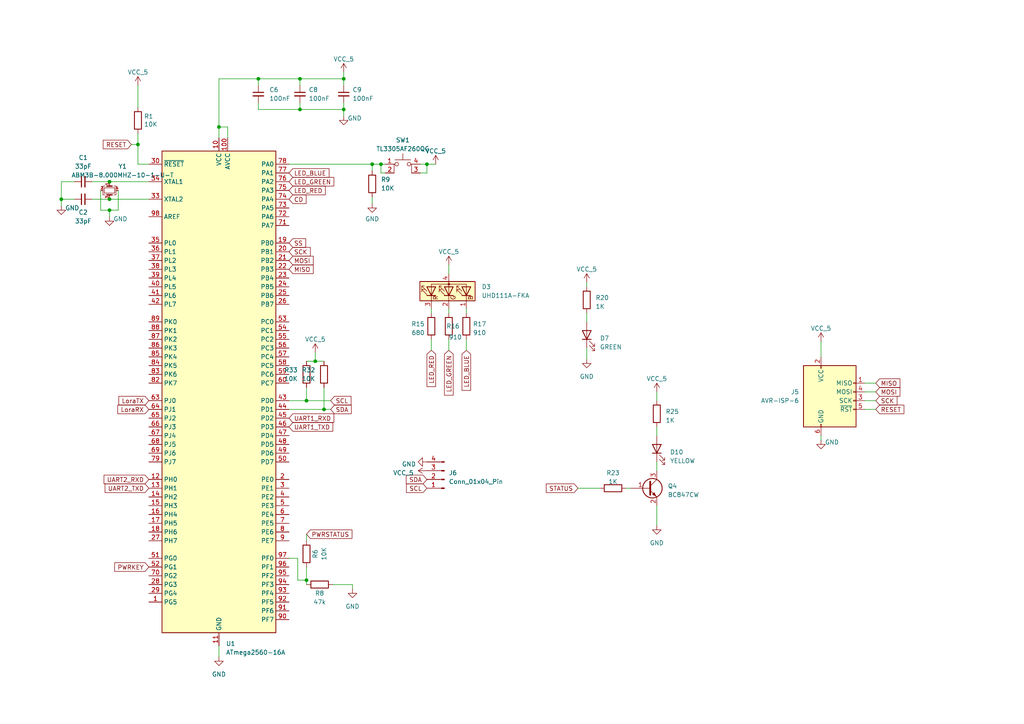
<source format=kicad_sch>
(kicad_sch (version 20230121) (generator eeschema)
  (paper "A4")
  (lib_symbols
    (symbol "Connector:AVR-ISP-6" (pin_names (offset 1.016))
      (property "Reference" "J" (at -6.35 11.43 0))
      (property "Value" "AVR-ISP-6" (at 0 11.43 0))
      (symbol "AVR-ISP-6_0_1"
        (rectangle (start -2.667 -6.858) (end -2.413 -7.62))
        (rectangle (start -2.667 10.16) (end -2.413 9.398))
        (rectangle (start 7.62 -2.413) (end 6.858 -2.667))
        (rectangle (start 7.62 0.127) (end 6.858 -0.127))
        (rectangle (start 7.62 2.667) (end 6.858 2.413))
        (rectangle (start 7.62 5.207) (end 6.858 4.953))
        (rectangle (start 7.62 10.16) (end -7.62 -7.62) (stroke (width 0.254)) (fill (type background)))
      )
      (symbol "AVR-ISP-6_1_1"
        (pin passive line (at 10.16 5.08 180) (length 2.54) (name "MISO") (number "1"))
        (pin passive line (at -2.54 12.7 270) (length 2.54) (name "VCC") (number "2"))
        (pin passive line (at 10.16 0 180) (length 2.54) (name "SCK") (number "3"))
        (pin passive line (at 10.16 2.54 180) (length 2.54) (name "MOSI") (number "4"))
        (pin passive line (at 10.16 -2.54 180) (length 2.54) (name "~{RST}") (number "5"))
        (pin passive line (at -2.54 -10.16 90) (length 2.54) (name "GND") (number "6"))
      )
    )
    (symbol "Connector:Conn_01x04_Pin" (pin_names (offset 1.016) hide)
      (property "Reference" "J" (at 0 5.08 0))
      (property "Value" "Conn_01x04_Pin" (at 0 -7.62 0))
      (symbol "Conn_01x04_Pin_1_1"
        (polyline (pts (xy 1.27 -5.08) (xy 0.8636 -5.08)) (stroke (width 0.1524)))
        (polyline (pts (xy 1.27 -2.54) (xy 0.8636 -2.54)) (stroke (width 0.1524)))
        (polyline (pts (xy 1.27 0) (xy 0.8636 0)) (stroke (width 0.1524)))
        (polyline (pts (xy 1.27 2.54) (xy 0.8636 2.54)) (stroke (width 0.1524)))
        (rectangle (start 0.8636 -4.953) (end 0 -5.207) (stroke (width 0.1524)) (fill (type outline)))
        (rectangle (start 0.8636 -2.413) (end 0 -2.667) (stroke (width 0.1524)) (fill (type outline)))
        (rectangle (start 0.8636 0.127) (end 0 -0.127) (stroke (width 0.1524)) (fill (type outline)))
        (rectangle (start 0.8636 2.667) (end 0 2.413) (stroke (width 0.1524)) (fill (type outline)))
        (pin passive line (at 5.08 2.54 180) (length 3.81) (name "Pin_1") (number "1"))
        (pin passive line (at 5.08 0 180) (length 3.81) (name "Pin_2") (number "2"))
        (pin passive line (at 5.08 -2.54 180) (length 3.81) (name "Pin_3") (number "3"))
        (pin passive line (at 5.08 -5.08 180) (length 3.81) (name "Pin_4") (number "4"))
      )
    )
    (symbol "Device:C_Small" (pin_numbers hide) (pin_names (offset 0.254) hide)
      (property "Reference" "C" (at 0.254 1.778 0))
      (property "Value" "C_Small" (at 0.254 -2.032 0))
      (symbol "C_Small_0_1"
        (polyline (pts (xy -1.524 -0.508) (xy 1.524 -0.508)) (stroke (width 0.3302)))
        (polyline (pts (xy -1.524 0.508) (xy 1.524 0.508)) (stroke (width 0.3048)))
      )
      (symbol "C_Small_1_1"
        (pin passive line (at 0 2.54 270) (length 2.032) (name "~") (number "1"))
        (pin passive line (at 0 -2.54 90) (length 2.032) (name "~") (number "2"))
      )
    )
    (symbol "Device:Crystal_GND24_Small" (pin_names (offset 1.016) hide)
      (property "Reference" "Y" (at 1.27 4.445 0))
      (property "Value" "Crystal_GND24_Small" (at 1.27 2.54 0))
      (symbol "Crystal_GND24_Small_0_1"
        (rectangle (start -0.762 -1.524) (end 0.762 1.524))
        (polyline (pts (xy -1.27 -0.762) (xy -1.27 0.762)) (stroke (width 0.381)))
        (polyline (pts (xy 1.27 -0.762) (xy 1.27 0.762)) (stroke (width 0.381)))
        (polyline (pts (xy -1.27 -1.27) (xy -1.27 -1.905) (xy 1.27 -1.905) (xy 1.27 -1.27)))
        (polyline (pts (xy -1.27 1.27) (xy -1.27 1.905) (xy 1.27 1.905) (xy 1.27 1.27)))
      )
      (symbol "Crystal_GND24_Small_1_1"
        (pin passive line (at -2.54 0 0) (length 1.27) (name "1") (number "1"))
        (pin passive line (at 0 -2.54 90) (length 0.635) (name "2") (number "2"))
        (pin passive line (at 2.54 0 180) (length 1.27) (name "3") (number "3"))
        (pin passive line (at 0 2.54 270) (length 0.635) (name "4") (number "4"))
      )
    )
    (symbol "Device:LED" (pin_numbers hide) (pin_names (offset 1.016) hide)
      (property "Reference" "D" (at 0 2.54 0))
      (property "Value" "LED" (at 0 -2.54 0))
      (symbol "LED_0_1"
        (polyline (pts (xy -1.27 -1.27) (xy -1.27 1.27)) (stroke (width 0.254)))
        (polyline (pts (xy -1.27 0) (xy 1.27 0)))
        (polyline (pts (xy 1.27 -1.27) (xy 1.27 1.27) (xy -1.27 0) (xy 1.27 -1.27)) (stroke (width 0.254)))
        (polyline (pts (xy -3.048 -0.762) (xy -4.572 -2.286) (xy -3.81 -2.286) (xy -4.572 -2.286) (xy -4.572 -1.524)))
        (polyline (pts (xy -1.778 -0.762) (xy -3.302 -2.286) (xy -2.54 -2.286) (xy -3.302 -2.286) (xy -3.302 -1.524)))
      )
      (symbol "LED_1_1"
        (pin passive line (at -3.81 0 0) (length 2.54) (name "K") (number "1"))
        (pin passive line (at 3.81 0 180) (length 2.54) (name "A") (number "2"))
      )
    )
    (symbol "Device:LED_BGRA" (pin_names (offset 0) hide)
      (property "Reference" "D" (at 0 9.398 0))
      (property "Value" "LED_BGRA" (at 0 -8.89 0))
      (symbol "LED_BGRA_0_0"
        (text "B" (at -1.905 -6.35 0) (effects (font (size 1.27 1.27))))
        (text "G" (at -1.905 -1.27 0) (effects (font (size 1.27 1.27))))
        (text "R" (at -1.905 3.81 0) (effects (font (size 1.27 1.27))))
      )
      (symbol "LED_BGRA_0_1"
        (polyline (pts (xy -1.27 -5.08) (xy -2.54 -5.08)))
        (polyline (pts (xy -1.27 -5.08) (xy 1.27 -5.08)))
        (polyline (pts (xy -1.27 -3.81) (xy -1.27 -6.35)) (stroke (width 0.254)))
        (polyline (pts (xy -1.27 0) (xy -2.54 0)))
        (polyline (pts (xy -1.27 1.27) (xy -1.27 -1.27)) (stroke (width 0.254)))
        (polyline (pts (xy -1.27 5.08) (xy -2.54 5.08)))
        (polyline (pts (xy -1.27 5.08) (xy 1.27 5.08)))
        (polyline (pts (xy -1.27 6.35) (xy -1.27 3.81)) (stroke (width 0.254)))
        (polyline (pts (xy 1.27 0) (xy -1.27 0)))
        (polyline (pts (xy 1.27 0) (xy 2.54 0)))
        (polyline (pts (xy -1.27 1.27) (xy -1.27 -1.27) (xy -1.27 -1.27)))
        (polyline (pts (xy -1.27 6.35) (xy -1.27 3.81) (xy -1.27 3.81)))
        (polyline (pts (xy 1.27 -5.08) (xy 2.032 -5.08) (xy 2.032 5.08) (xy 1.27 5.08)))
        (polyline (pts (xy 1.27 -3.81) (xy 1.27 -6.35) (xy -1.27 -5.08) (xy 1.27 -3.81)) (stroke (width 0.254)))
        (polyline (pts (xy 1.27 1.27) (xy 1.27 -1.27) (xy -1.27 0) (xy 1.27 1.27)) (stroke (width 0.254)))
        (polyline (pts (xy 1.27 6.35) (xy 1.27 3.81) (xy -1.27 5.08) (xy 1.27 6.35)) (stroke (width 0.254)))
        (polyline (pts (xy -1.016 -3.81) (xy 0.508 -2.286) (xy -0.254 -2.286) (xy 0.508 -2.286) (xy 0.508 -3.048)))
        (polyline (pts (xy -1.016 1.27) (xy 0.508 2.794) (xy -0.254 2.794) (xy 0.508 2.794) (xy 0.508 2.032)))
        (polyline (pts (xy -1.016 6.35) (xy 0.508 7.874) (xy -0.254 7.874) (xy 0.508 7.874) (xy 0.508 7.112)))
        (polyline (pts (xy 0 -3.81) (xy 1.524 -2.286) (xy 0.762 -2.286) (xy 1.524 -2.286) (xy 1.524 -3.048)))
        (polyline (pts (xy 0 1.27) (xy 1.524 2.794) (xy 0.762 2.794) (xy 1.524 2.794) (xy 1.524 2.032)))
        (polyline (pts (xy 0 6.35) (xy 1.524 7.874) (xy 0.762 7.874) (xy 1.524 7.874) (xy 1.524 7.112)))
        (rectangle (start 1.27 -1.27) (end 1.27 1.27))
        (rectangle (start 1.27 1.27) (end 1.27 1.27))
        (rectangle (start 1.27 3.81) (end 1.27 6.35))
        (rectangle (start 1.27 6.35) (end 1.27 6.35))
        (circle (center 2.032 0) (radius 0.254) (fill (type outline)))
        (rectangle (start 2.794 8.382) (end -2.794 -7.62) (stroke (width 0.254)) (fill (type background)))
      )
      (symbol "LED_BGRA_1_1"
        (pin passive line (at -5.08 -5.08 0) (length 2.54) (name "BK") (number "1"))
        (pin passive line (at -5.08 0 0) (length 2.54) (name "GK") (number "2"))
        (pin passive line (at -5.08 5.08 0) (length 2.54) (name "RK") (number "3"))
        (pin passive line (at 5.08 0 180) (length 2.54) (name "A") (number "4"))
      )
    )
    (symbol "Device:R" (pin_numbers hide) (pin_names (offset 0))
      (property "Reference" "R" (at 2.032 0 90))
      (property "Value" "R" (at 0 0 90))
      (symbol "R_0_1"
        (rectangle (start -1.016 -2.54) (end 1.016 2.54) (stroke (width 0.254)))
      )
      (symbol "R_1_1"
        (pin passive line (at 0 3.81 270) (length 1.27) (name "~") (number "1"))
        (pin passive line (at 0 -3.81 90) (length 1.27) (name "~") (number "2"))
      )
    )
    (symbol "MCU_Microchip_ATmega:ATmega2560-16A"
      (property "Reference" "U" (at 0 1.27 0))
      (property "Value" "ATmega2560-16A" (at 0 -1.27 0))
      (symbol "ATmega2560-16A_0_1"
        (rectangle (start -16.51 -69.85) (end 16.51 69.85) (stroke (width 0.254)) (fill (type background)))
      )
      (symbol "ATmega2560-16A_1_1"
        (pin bidirectional line (at -20.32 -60.96 0) (length 3.81) (name "PG5") (number "1"))
        (pin power_in line (at 0 73.66 270) (length 3.81) (name "VCC") (number "10"))
        (pin power_in line (at 2.54 73.66 270) (length 3.81) (name "AVCC") (number "100"))
        (pin power_in line (at 0 -73.66 90) (length 3.81) (name "GND") (number "11"))
        (pin bidirectional line (at -20.32 -25.4 0) (length 3.81) (name "PH0") (number "12"))
        (pin bidirectional line (at -20.32 -27.94 0) (length 3.81) (name "PH1") (number "13"))
        (pin bidirectional line (at -20.32 -30.48 0) (length 3.81) (name "PH2") (number "14"))
        (pin bidirectional line (at -20.32 -33.02 0) (length 3.81) (name "PH3") (number "15"))
        (pin bidirectional line (at -20.32 -35.56 0) (length 3.81) (name "PH4") (number "16"))
        (pin bidirectional line (at -20.32 -38.1 0) (length 3.81) (name "PH5") (number "17"))
        (pin bidirectional line (at -20.32 -40.64 0) (length 3.81) (name "PH6") (number "18"))
        (pin bidirectional line (at 20.32 43.18 180) (length 3.81) (name "PB0") (number "19"))
        (pin bidirectional line (at 20.32 -25.4 180) (length 3.81) (name "PE0") (number "2"))
        (pin bidirectional line (at 20.32 40.64 180) (length 3.81) (name "PB1") (number "20"))
        (pin bidirectional line (at 20.32 38.1 180) (length 3.81) (name "PB2") (number "21"))
        (pin bidirectional line (at 20.32 35.56 180) (length 3.81) (name "PB3") (number "22"))
        (pin bidirectional line (at 20.32 33.02 180) (length 3.81) (name "PB4") (number "23"))
        (pin bidirectional line (at 20.32 30.48 180) (length 3.81) (name "PB5") (number "24"))
        (pin bidirectional line (at 20.32 27.94 180) (length 3.81) (name "PB6") (number "25"))
        (pin bidirectional line (at 20.32 25.4 180) (length 3.81) (name "PB7") (number "26"))
        (pin bidirectional line (at -20.32 -43.18 0) (length 3.81) (name "PH7") (number "27"))
        (pin bidirectional line (at -20.32 -55.88 0) (length 3.81) (name "PG3") (number "28"))
        (pin bidirectional line (at -20.32 -58.42 0) (length 3.81) (name "PG4") (number "29"))
        (pin bidirectional line (at 20.32 -27.94 180) (length 3.81) (name "PE1") (number "3"))
        (pin input line (at -20.32 66.04 0) (length 3.81) (name "~{RESET}") (number "30"))
        (pin passive line (at 0 73.66 270) (length 3.81) hide (name "VCC") (number "31"))
        (pin passive line (at 0 -73.66 90) (length 3.81) hide (name "GND") (number "32"))
        (pin output line (at -20.32 55.88 0) (length 3.81) (name "XTAL2") (number "33"))
        (pin input line (at -20.32 60.96 0) (length 3.81) (name "XTAL1") (number "34"))
        (pin bidirectional line (at -20.32 43.18 0) (length 3.81) (name "PL0") (number "35"))
        (pin bidirectional line (at -20.32 40.64 0) (length 3.81) (name "PL1") (number "36"))
        (pin bidirectional line (at -20.32 38.1 0) (length 3.81) (name "PL2") (number "37"))
        (pin bidirectional line (at -20.32 35.56 0) (length 3.81) (name "PL3") (number "38"))
        (pin bidirectional line (at -20.32 33.02 0) (length 3.81) (name "PL4") (number "39"))
        (pin bidirectional line (at 20.32 -30.48 180) (length 3.81) (name "PE2") (number "4"))
        (pin bidirectional line (at -20.32 30.48 0) (length 3.81) (name "PL5") (number "40"))
        (pin bidirectional line (at -20.32 27.94 0) (length 3.81) (name "PL6") (number "41"))
        (pin bidirectional line (at -20.32 25.4 0) (length 3.81) (name "PL7") (number "42"))
        (pin bidirectional line (at 20.32 -2.54 180) (length 3.81) (name "PD0") (number "43"))
        (pin bidirectional line (at 20.32 -5.08 180) (length 3.81) (name "PD1") (number "44"))
        (pin bidirectional line (at 20.32 -7.62 180) (length 3.81) (name "PD2") (number "45"))
        (pin bidirectional line (at 20.32 -10.16 180) (length 3.81) (name "PD3") (number "46"))
        (pin bidirectional line (at 20.32 -12.7 180) (length 3.81) (name "PD4") (number "47"))
        (pin bidirectional line (at 20.32 -15.24 180) (length 3.81) (name "PD5") (number "48"))
        (pin bidirectional line (at 20.32 -17.78 180) (length 3.81) (name "PD6") (number "49"))
        (pin bidirectional line (at 20.32 -33.02 180) (length 3.81) (name "PE3") (number "5"))
        (pin bidirectional line (at 20.32 -20.32 180) (length 3.81) (name "PD7") (number "50"))
        (pin bidirectional line (at -20.32 -48.26 0) (length 3.81) (name "PG0") (number "51"))
        (pin bidirectional line (at -20.32 -50.8 0) (length 3.81) (name "PG1") (number "52"))
        (pin bidirectional line (at 20.32 20.32 180) (length 3.81) (name "PC0") (number "53"))
        (pin bidirectional line (at 20.32 17.78 180) (length 3.81) (name "PC1") (number "54"))
        (pin bidirectional line (at 20.32 15.24 180) (length 3.81) (name "PC2") (number "55"))
        (pin bidirectional line (at 20.32 12.7 180) (length 3.81) (name "PC3") (number "56"))
        (pin bidirectional line (at 20.32 10.16 180) (length 3.81) (name "PC4") (number "57"))
        (pin bidirectional line (at 20.32 7.62 180) (length 3.81) (name "PC5") (number "58"))
        (pin bidirectional line (at 20.32 5.08 180) (length 3.81) (name "PC6") (number "59"))
        (pin bidirectional line (at 20.32 -35.56 180) (length 3.81) (name "PE4") (number "6"))
        (pin bidirectional line (at 20.32 2.54 180) (length 3.81) (name "PC7") (number "60"))
        (pin passive line (at 0 73.66 270) (length 3.81) hide (name "VCC") (number "61"))
        (pin passive line (at 0 -73.66 90) (length 3.81) hide (name "GND") (number "62"))
        (pin bidirectional line (at -20.32 -2.54 0) (length 3.81) (name "PJ0") (number "63"))
        (pin bidirectional line (at -20.32 -5.08 0) (length 3.81) (name "PJ1") (number "64"))
        (pin bidirectional line (at -20.32 -7.62 0) (length 3.81) (name "PJ2") (number "65"))
        (pin bidirectional line (at -20.32 -10.16 0) (length 3.81) (name "PJ3") (number "66"))
        (pin bidirectional line (at -20.32 -12.7 0) (length 3.81) (name "PJ4") (number "67"))
        (pin bidirectional line (at -20.32 -15.24 0) (length 3.81) (name "PJ5") (number "68"))
        (pin bidirectional line (at -20.32 -17.78 0) (length 3.81) (name "PJ6") (number "69"))
        (pin bidirectional line (at 20.32 -38.1 180) (length 3.81) (name "PE5") (number "7"))
        (pin bidirectional line (at -20.32 -53.34 0) (length 3.81) (name "PG2") (number "70"))
        (pin bidirectional line (at 20.32 48.26 180) (length 3.81) (name "PA7") (number "71"))
        (pin bidirectional line (at 20.32 50.8 180) (length 3.81) (name "PA6") (number "72"))
        (pin bidirectional line (at 20.32 53.34 180) (length 3.81) (name "PA5") (number "73"))
        (pin bidirectional line (at 20.32 55.88 180) (length 3.81) (name "PA4") (number "74"))
        (pin bidirectional line (at 20.32 58.42 180) (length 3.81) (name "PA3") (number "75"))
        (pin bidirectional line (at 20.32 60.96 180) (length 3.81) (name "PA2") (number "76"))
        (pin bidirectional line (at 20.32 63.5 180) (length 3.81) (name "PA1") (number "77"))
        (pin bidirectional line (at 20.32 66.04 180) (length 3.81) (name "PA0") (number "78"))
        (pin bidirectional line (at -20.32 -20.32 0) (length 3.81) (name "PJ7") (number "79"))
        (pin bidirectional line (at 20.32 -40.64 180) (length 3.81) (name "PE6") (number "8"))
        (pin passive line (at 0 73.66 270) (length 3.81) hide (name "VCC") (number "80"))
        (pin passive line (at 0 -73.66 90) (length 3.81) hide (name "GND") (number "81"))
        (pin bidirectional line (at -20.32 2.54 0) (length 3.81) (name "PK7") (number "82"))
        (pin bidirectional line (at -20.32 5.08 0) (length 3.81) (name "PK6") (number "83"))
        (pin bidirectional line (at -20.32 7.62 0) (length 3.81) (name "PK5") (number "84"))
        (pin bidirectional line (at -20.32 10.16 0) (length 3.81) (name "PK4") (number "85"))
        (pin bidirectional line (at -20.32 12.7 0) (length 3.81) (name "PK3") (number "86"))
        (pin bidirectional line (at -20.32 15.24 0) (length 3.81) (name "PK2") (number "87"))
        (pin bidirectional line (at -20.32 17.78 0) (length 3.81) (name "PK1") (number "88"))
        (pin bidirectional line (at -20.32 20.32 0) (length 3.81) (name "PK0") (number "89"))
        (pin bidirectional line (at 20.32 -43.18 180) (length 3.81) (name "PE7") (number "9"))
        (pin bidirectional line (at 20.32 -66.04 180) (length 3.81) (name "PF7") (number "90"))
        (pin bidirectional line (at 20.32 -63.5 180) (length 3.81) (name "PF6") (number "91"))
        (pin bidirectional line (at 20.32 -60.96 180) (length 3.81) (name "PF5") (number "92"))
        (pin bidirectional line (at 20.32 -58.42 180) (length 3.81) (name "PF4") (number "93"))
        (pin bidirectional line (at 20.32 -55.88 180) (length 3.81) (name "PF3") (number "94"))
        (pin bidirectional line (at 20.32 -53.34 180) (length 3.81) (name "PF2") (number "95"))
        (pin bidirectional line (at 20.32 -50.8 180) (length 3.81) (name "PF1") (number "96"))
        (pin bidirectional line (at 20.32 -48.26 180) (length 3.81) (name "PF0") (number "97"))
        (pin passive line (at -20.32 50.8 0) (length 3.81) (name "AREF") (number "98"))
        (pin passive line (at 0 -73.66 90) (length 3.81) hide (name "GND") (number "99"))
      )
    )
    (symbol "Switch:SW_MEC_5E" (pin_names (offset 1.016) hide)
      (property "Reference" "SW1" (at 0 9.525 0))
      (property "Value" "TL3305AF260QG" (at 0 6.985 0))
      (symbol "SW_MEC_5E_0_1"
        (circle (center -1.778 2.54) (radius 0.508))
        (polyline (pts (xy -2.286 3.81) (xy 2.286 3.81)))
        (polyline (pts (xy 0 3.81) (xy 0 5.588)))
        (polyline (pts (xy -2.54 0) (xy -2.54 2.54) (xy -2.286 2.54)))
        (polyline (pts (xy 2.54 0) (xy 2.54 2.54) (xy 2.286 2.54)))
        (circle (center 1.778 2.54) (radius 0.508))
        (pin passive line (at -5.08 2.54 0) (length 2.54) (name "1") (number "1"))
        (pin passive line (at -5.08 0 0) (length 2.54) (name "2") (number "2"))
        (pin passive line (at 5.08 0 180) (length 2.54) (name "3") (number "3"))
      )
      (symbol "SW_MEC_5E_1_1"
        (pin passive line (at 5.08 2.54 180) (length 2.54) (name "4") (number "4"))
      )
    )
    (symbol "Transistor_BJT:BC847W" (pin_names (offset 0) hide)
      (property "Reference" "Q" (at 5.08 1.905 0))
      (property "Value" "BC847W" (at 5.08 0 0))
      (symbol "BC847W_0_1"
        (polyline (pts (xy 0.635 0.635) (xy 2.54 2.54)))
        (polyline (pts (xy 0.635 -0.635) (xy 2.54 -2.54) (xy 2.54 -2.54)))
        (polyline (pts (xy 0.635 1.905) (xy 0.635 -1.905) (xy 0.635 -1.905)) (stroke (width 0.508)))
        (polyline (pts (xy 1.27 -1.778) (xy 1.778 -1.27) (xy 2.286 -2.286) (xy 1.27 -1.778) (xy 1.27 -1.778)) (fill (type outline)))
        (circle (center 1.27 0) (radius 2.8194) (stroke (width 0.254)))
      )
      (symbol "BC847W_1_1"
        (pin input line (at -5.08 0 0) (length 5.715) (name "B") (number "1"))
        (pin passive line (at 2.54 -5.08 90) (length 2.54) (name "E") (number "2"))
        (pin passive line (at 2.54 5.08 270) (length 2.54) (name "C") (number "3"))
      )
    )
    (symbol "VCC_2" (power) (pin_names (offset 0))
      (property "Value" "+5V" (at 0 3.81 0))
      (symbol "VCC_2_0_1"
        (polyline (pts (xy -0.762 1.27) (xy 0 2.54)))
        (polyline (pts (xy 0 0) (xy 0 2.54)))
        (polyline (pts (xy 0 2.54) (xy 0.762 1.27)))
      )
      (symbol "VCC_2_1_1"
        (pin power_in line (at 0 0 90) (length 0) hide (name "VCC_5") (number "2"))
      )
    )
    (symbol "power:GND" (power) (pin_names (offset 0))
      (property "Value" "GND" (at 0 -3.81 0))
      (symbol "GND_0_1"
        (polyline (pts (xy 0 0) (xy 0 -1.27) (xy 1.27 -1.27) (xy 0 -2.54) (xy -1.27 -1.27) (xy 0 -1.27)))
      )
      (symbol "GND_1_1"
        (pin power_in line (at 0 0 270) (length 0) hide (name "GND") (number "1"))
      )
    )
  )
  (junction (at 86.995 22.86))
  (junction (at 31.75 60.96))
  (junction (at 91.44 104.775))
  (junction (at 93.98 118.745))
  (junction (at 88.9 168.275))
  (junction (at 99.695 31.75))
  (junction (at 63.5 36.83))
  (junction (at 40.005 41.91))
  (junction (at 110.49 47.625))
  (junction (at 123.825 47.625))
  (junction (at 31.75 52.705))
  (junction (at 17.78 57.785))
  (junction (at 107.95 47.625))
  (junction (at 88.9 116.205))
  (junction (at 99.695 22.86))
  (junction (at 86.995 31.75))
  (junction (at 74.93 22.86))
  (junction (at 31.75 57.785))
  (wire (pts (xy 40.005 38.735) (xy 40.005 41.91)))
  (wire (pts (xy 123.825 47.625) (xy 126.365 47.625)))
  (wire (pts (xy 135.255 98.425) (xy 135.255 101.6)))
  (wire (pts (xy 74.93 31.75) (xy 86.995 31.75)))
  (wire (pts (xy 66.04 36.83) (xy 66.04 40.005)))
  (wire (pts (xy 17.78 57.785) (xy 17.78 59.69)))
  (wire (pts (xy 121.92 50.165) (xy 123.825 50.165)))
  (wire (pts (xy 21.59 57.785) (xy 17.78 57.785)))
  (wire (pts (xy 135.255 89.535) (xy 135.255 90.805)))
  (wire (pts (xy 26.67 52.705) (xy 31.75 52.705)))
  (wire (pts (xy 17.78 52.705) (xy 17.78 57.785)))
  (wire (pts (xy 99.695 31.75) (xy 99.695 33.655)))
  (wire (pts (xy 130.175 98.425) (xy 130.175 101.6)))
  (wire (pts (xy 88.9 164.465) (xy 88.9 168.275)))
  (wire (pts (xy 88.9 168.275) (xy 88.9 169.545)))
  (wire (pts (xy 107.95 47.625) (xy 110.49 47.625)))
  (wire (pts (xy 40.005 24.765) (xy 40.005 31.115)))
  (wire (pts (xy 250.825 116.205) (xy 254 116.205)))
  (wire (pts (xy 130.175 89.535) (xy 130.175 90.805)))
  (wire (pts (xy 170.18 100.965) (xy 170.18 104.14)))
  (wire (pts (xy 21.59 52.705) (xy 17.78 52.705)))
  (wire (pts (xy 95.885 118.745) (xy 93.98 118.745)))
  (wire (pts (xy 130.175 76.835) (xy 130.175 79.375)))
  (wire (pts (xy 99.695 20.955) (xy 99.695 22.86)))
  (wire (pts (xy 29.21 55.245) (xy 29.21 60.96)))
  (wire (pts (xy 170.18 81.915) (xy 170.18 83.185)))
  (wire (pts (xy 63.5 22.86) (xy 74.93 22.86)))
  (wire (pts (xy 31.75 60.96) (xy 31.75 62.865)))
  (wire (pts (xy 86.36 168.275) (xy 86.36 161.925)))
  (wire (pts (xy 88.9 168.275) (xy 86.36 168.275)))
  (wire (pts (xy 110.49 47.625) (xy 111.76 47.625)))
  (wire (pts (xy 107.95 47.625) (xy 107.95 49.53)))
  (wire (pts (xy 190.5 146.685) (xy 190.5 152.4)))
  (wire (pts (xy 99.695 22.86) (xy 99.695 24.765)))
  (wire (pts (xy 88.9 154.94) (xy 88.9 156.845)))
  (wire (pts (xy 102.235 170.815) (xy 102.235 169.545)))
  (wire (pts (xy 123.825 50.165) (xy 123.825 47.625)))
  (wire (pts (xy 83.82 47.625) (xy 107.95 47.625)))
  (wire (pts (xy 29.21 60.96) (xy 31.75 60.96)))
  (wire (pts (xy 250.825 118.745) (xy 254 118.745)))
  (wire (pts (xy 74.93 22.86) (xy 74.93 24.765)))
  (wire (pts (xy 93.98 112.395) (xy 93.98 118.745)))
  (wire (pts (xy 26.67 57.785) (xy 31.75 57.785)))
  (wire (pts (xy 250.825 111.125) (xy 254 111.125)))
  (wire (pts (xy 88.9 112.395) (xy 88.9 116.205)))
  (wire (pts (xy 63.5 36.83) (xy 63.5 40.005)))
  (wire (pts (xy 125.095 90.805) (xy 125.095 89.535)))
  (wire (pts (xy 88.9 104.775) (xy 91.44 104.775)))
  (wire (pts (xy 110.49 50.165) (xy 110.49 47.625)))
  (wire (pts (xy 31.75 57.785) (xy 43.18 57.785)))
  (wire (pts (xy 83.82 161.925) (xy 86.36 161.925)))
  (wire (pts (xy 93.98 104.775) (xy 91.44 104.775)))
  (wire (pts (xy 190.5 123.825) (xy 190.5 126.365)))
  (wire (pts (xy 86.995 22.86) (xy 86.995 24.765)))
  (wire (pts (xy 190.5 133.985) (xy 190.5 136.525)))
  (wire (pts (xy 40.005 41.91) (xy 40.005 47.625)))
  (wire (pts (xy 86.995 31.75) (xy 99.695 31.75)))
  (wire (pts (xy 107.95 57.15) (xy 107.95 59.055)))
  (wire (pts (xy 181.61 141.605) (xy 182.88 141.605)))
  (wire (pts (xy 93.98 118.745) (xy 83.82 118.745)))
  (wire (pts (xy 63.5 36.83) (xy 66.04 36.83)))
  (wire (pts (xy 111.76 50.165) (xy 110.49 50.165)))
  (wire (pts (xy 31.75 52.705) (xy 43.18 52.705)))
  (wire (pts (xy 238.125 99.06) (xy 238.125 103.505)))
  (wire (pts (xy 99.695 22.86) (xy 86.995 22.86)))
  (wire (pts (xy 34.29 55.245) (xy 34.29 60.96)))
  (wire (pts (xy 86.995 29.845) (xy 86.995 31.75)))
  (wire (pts (xy 74.93 29.845) (xy 74.93 31.75)))
  (wire (pts (xy 170.18 90.805) (xy 170.18 93.345)))
  (wire (pts (xy 63.5 187.325) (xy 63.5 190.5)))
  (wire (pts (xy 190.5 113.665) (xy 190.5 116.205)))
  (wire (pts (xy 99.695 29.845) (xy 99.695 31.75)))
  (wire (pts (xy 63.5 22.86) (xy 63.5 36.83)))
  (wire (pts (xy 40.005 47.625) (xy 43.18 47.625)))
  (wire (pts (xy 91.44 104.775) (xy 91.44 102.235)))
  (wire (pts (xy 250.825 113.665) (xy 254 113.665)))
  (wire (pts (xy 238.125 126.365) (xy 238.125 127.635)))
  (wire (pts (xy 121.92 47.625) (xy 123.825 47.625)))
  (wire (pts (xy 88.9 116.205) (xy 83.82 116.205)))
  (wire (pts (xy 34.29 60.96) (xy 31.75 60.96)))
  (wire (pts (xy 95.885 116.205) (xy 88.9 116.205)))
  (wire (pts (xy 167.64 141.605) (xy 173.99 141.605)))
  (wire (pts (xy 125.095 98.425) (xy 125.095 101.6)))
  (wire (pts (xy 102.235 169.545) (xy 96.52 169.545)))
  (wire (pts (xy 38.1 41.91) (xy 40.005 41.91)))
  (wire (pts (xy 74.93 22.86) (xy 86.995 22.86)))
  (global_label "SS" (shape input) (at 83.82 70.485 0) (property "Intersheetrefs" "${INTERSHEET_REFS}" (effects hide)))
  (global_label "SCL" (shape input) (at 123.825 141.605 180) (property "Intersheetrefs" "${INTERSHEET_REFS}" (effects hide)))
  (global_label "UART2_TXD" (shape input) (at 43.18 141.605 180) (property "Intersheetrefs" "${INTERSHEET_REFS}" (effects hide)))
  (global_label "LED_GREEN" (shape input) (at 83.82 52.705 0) (property "Intersheetrefs" "${INTERSHEET_REFS}" (effects hide)))
  (global_label "SDA" (shape input) (at 95.885 118.745 0) (property "Intersheetrefs" "${INTERSHEET_REFS}" (effects hide)))
  (global_label "UART1_TXD" (shape input) (at 83.82 123.825 0) (property "Intersheetrefs" "${INTERSHEET_REFS}" (effects hide)))
  (global_label "PWRSTATUS" (shape input) (at 88.9 154.94 0) (property "Intersheetrefs" "${INTERSHEET_REFS}" (effects hide)))
  (global_label "PWRKEY" (shape input) (at 43.18 164.465 180) (property "Intersheetrefs" "${INTERSHEET_REFS}" (effects hide)))
  (global_label "MOSI" (shape input) (at 254 113.665 0) (property "Intersheetrefs" "${INTERSHEET_REFS}" (effects hide)))
  (global_label "LED_RED" (shape input) (at 83.82 55.245 0) (property "Intersheetrefs" "${INTERSHEET_REFS}" (effects hide)))
  (global_label "LED_GREEN" (shape input) (at 130.175 101.6 270) (property "Intersheetrefs" "${INTERSHEET_REFS}" (effects hide)))
  (global_label "LED_RED" (shape input) (at 125.095 101.6 270) (property "Intersheetrefs" "${INTERSHEET_REFS}" (effects hide)))
  (global_label "RESET" (shape input) (at 254 118.745 0) (property "Intersheetrefs" "${INTERSHEET_REFS}" (effects hide)))
  (global_label "RESET" (shape input) (at 38.1 41.91 180) (property "Intersheetrefs" "${INTERSHEET_REFS}" (effects hide)))
  (global_label "SDA" (shape input) (at 123.825 139.065 180) (property "Intersheetrefs" "${INTERSHEET_REFS}" (effects hide)))
  (global_label "MISO" (shape input) (at 83.82 78.105 0) (property "Intersheetrefs" "${INTERSHEET_REFS}" (effects hide)))
  (global_label "MOSI" (shape input) (at 83.82 75.565 0) (property "Intersheetrefs" "${INTERSHEET_REFS}" (effects hide)))
  (global_label "LoraRX" (shape input) (at 43.18 118.745 180) (property "Intersheetrefs" "${INTERSHEET_REFS}" (effects hide)))
  (global_label "UART1_RXD" (shape input) (at 83.82 121.285 0) (property "Intersheetrefs" "${INTERSHEET_REFS}" (effects hide)))
  (global_label "LED_BLUE" (shape input) (at 135.255 101.6 270) (property "Intersheetrefs" "${INTERSHEET_REFS}" (effects hide)))
  (global_label "UART2_RXD" (shape input) (at 43.18 139.065 180) (property "Intersheetrefs" "${INTERSHEET_REFS}" (effects hide)))
  (global_label "SCK" (shape input) (at 83.82 73.025 0) (property "Intersheetrefs" "${INTERSHEET_REFS}" (effects hide)))
  (global_label "SCK" (shape input) (at 254 116.205 0) (property "Intersheetrefs" "${INTERSHEET_REFS}" (effects hide)))
  (global_label "SCL" (shape input) (at 95.885 116.205 0) (property "Intersheetrefs" "${INTERSHEET_REFS}" (effects hide)))
  (global_label "STATUS" (shape input) (at 167.64 141.605 180) (property "Intersheetrefs" "${INTERSHEET_REFS}" (effects hide)))
  (global_label "MISO" (shape input) (at 254 111.125 0) (property "Intersheetrefs" "${INTERSHEET_REFS}" (effects hide)))
  (global_label "LoraTX" (shape input) (at 43.18 116.205 180) (property "Intersheetrefs" "${INTERSHEET_REFS}" (effects hide)))
  (global_label "LED_BLUE" (shape input) (at 83.82 50.165 0) (property "Intersheetrefs" "${INTERSHEET_REFS}" (effects hide)))
  (global_label "CD" (shape input) (at 83.82 57.785 0) (property "Intersheetrefs" "${INTERSHEET_REFS}" (effects hide)))
  (symbol (lib_id "power:GND") (at 102.235 170.815 0) (unit 1)
    (property "Reference" "#PWR017" (effects hide))
    (property "Value" "GND" (at 102.235 175.895 0))
  )
  (symbol (lib_id "MCU_Microchip_ATmega:ATmega2560-16A") (at 63.5 113.665 0) (unit 1)
    (property "Reference" "U1" (at 65.5194 186.69 0) (effects (justify left)))
    (property "Value" "ATmega2560-16A" (at 65.5194 189.23 0) (effects (justify left)))
    (property "Footprint" "Package_QFP:TQFP-100_14x14mm_P0.5mm" (effects hide))
    (property "Datasheet" "http://ww1.microchip.com/downloads/en/DeviceDoc/Atmel-2549-8-bit-AVR-Microcontroller-ATmega640-1280-1281-2560-2561_datasheet.pdf" (effects hide))
    (property "Manufacturer_Name" "Microchip Technology" (effects hide))
    (property "Manufacturer_Part_Number" "ATMEGA2560-16AU" (effects hide))
    (property "Mouser Price/Stock" "15,33" (effects hide))
  )
  (symbol (lib_id "Device:C_Small") (at 74.93 27.305 0) (unit 1)
    (property "Reference" "C6" (at 78.105 26.0412 0) (effects (justify left)))
    (property "Value" "100nF" (at 78.105 28.5812 0) (effects (justify left)))
    (property "Footprint" "Capacitor_SMD:C_0402_1005Metric" (effects hide))
    (property "Datasheet" "https://product.tdk.com/system/files/dam/doc/product/capacitor/ceramic/mlcc/catalog/mlcc_commercial_general_en.pdf" (effects hide))
    (property "Manufacturer_Name" "TDK" (effects hide))
    (property "Manufacturer_Part_Number" "C1005X7R1C104K050BC" (effects hide))
    (property "Mouser Price/Stock" "0,094" (effects hide))
    (property "JLCPART #" "C56392" (effects hide))
  )
  (symbol (lib_id "Device:R") (at 177.8 141.605 90) (unit 1)
    (property "Reference" "R23" (at 177.8 137.16 90))
    (property "Value" "1K" (at 177.8 139.7 90))
    (property "Footprint" "Resistor_SMD:R_0402_1005Metric" (effects hide))
    (property "Datasheet" "https://www.mouser.dk/datasheet/2/1365/1-3044649.pdf" (effects hide))
    (property "Manufacturer_Name" "Royalohm" (effects hide))
    (property "Manufacturer_Part_Number" "0402WGF1001TCE" (effects hide))
    (property "Mouser Price/Stock" "0,001" (effects hide))
    (instances (project "Modbus_master" (path "" (reference "R23") (unit 1)) (path "" (reference "R29") (unit 1))))
  )
  (symbol (lib_id "Device:R") (at 130.175 94.615 0) (mirror x) (unit 1)
    (property "Reference" "R16" (at 133.35 94.615 0) (effects (justify right)))
    (property "Value" "910" (at 133.985 97.79 0) (effects (justify right)))
    (property "Footprint" "Resistor_SMD:R_0402_1005Metric" (effects hide))
    (property "Datasheet" "https://www.mouser.dk/datasheet/2/54/cr-1858361.pdf" (effects hide))
    (property "Manufacturer_Name" "Bourns" (effects hide))
    (property "Manufacturer_Part_Number" "CR0402-FX-9100GLF" (effects hide))
    (property "Mouser Price/Stock" "0,094" (effects hide))
    (instances (project "Modbus_master" (path "" (reference "R16") (unit 1)) (path "" (reference "R20") (unit 1))))
  )
  (symbol (lib_name "VCC_2") (lib_id "power:VCC") (at 190.5 113.665 0) (unit 1)
    (property "Reference" "#PWR042" (effects hide))
    (property "Value" "+5V" (at 190.5 109.855 0))
    (instances (project "Modbus_master" (path "" (reference "#PWR042") (unit 1)) (path "" (reference "#PWR044") (unit 1))))
  )
  (symbol (lib_id "Device:R") (at 125.095 94.615 0) (mirror x) (unit 1)
    (property "Reference" "R15" (at 123.19 93.98 0) (effects (justify right)))
    (property "Value" "680" (at 123.19 96.52 0) (effects (justify right)))
    (property "Footprint" "Resistor_SMD:R_0402_1005Metric" (effects hide))
    (property "Datasheet" "https://www.mouser.dk/datasheet/2/1365/1-3044649.pdf" (effects hide))
    (property "Manufacturer_Name" "Royalohm" (effects hide))
    (property "Manufacturer_Part_Number" "0402WGF6800TCE" (effects hide))
    (property "Mouser Price/Stock" "0,004" (effects hide))
    (instances (project "Modbus_master" (path "" (reference "R15") (unit 1)) (path "" (reference "R17") (unit 1))))
  )
  (symbol (lib_id "Device:LED") (at 190.5 130.175 90) (unit 1)
    (property "Reference" "D10" (at 194.31 131.1275 90) (effects (justify right)))
    (property "Value" "YELLOW" (at 194.31 133.6675 90) (effects (justify right)))
    (property "Footprint" "LED_SMD:LED_0603_1608Metric" (effects hide))
    (property "Datasheet" "https://www.mouser.dk/datasheet/2/445/150060YS75000-3085594.pdf" (effects hide))
    (property "Manufacturer_Name" "Wurth Elektronik" (effects hide))
    (property "Manufacturer_Part_Number" "150060YS75000" (effects hide))
    (property "Mouser Price/Stock" "0,141" (effects hide))
    (instances (project "Modbus_master" (path "" (reference "D10") (unit 1)) (path "" (reference "D9") (unit 1))))
  )
  (symbol (lib_id "Device:Crystal_GND24_Small") (at 31.75 55.245 270) (unit 1)
    (property "Reference" "Y1" (at 35.56 48.26 90))
    (property "Value" "ABM3B-8.000MHZ-10-1-U-T" (at 35.56 50.8 90))
    (property "Footprint" "SELF_MADE:Oscillator_SMD_abm3b" (effects hide))
    (property "Datasheet" "https://www.mouser.dk/datasheet/2/3/abm3b-1774998.pdf" (effects hide))
    (property "Manufacturer_Name" "ABRACON" (effects hide))
    (property "Manufacturer_Part_Number" "ABM3B-8.000MHZ-10-1-U-T" (effects hide))
    (property "Mouser Price/Stock" "0,743" (effects hide))
  )
  (symbol (lib_name "VCC_2") (lib_id "power:VCC") (at 170.18 81.915 0) (unit 1)
    (property "Reference" "#PWR033" (effects hide))
    (property "Value" "+5V" (at 170.18 78.105 0))
    (instances (project "Modbus_master" (path "" (reference "#PWR033") (unit 1)) (path "" (reference "#PWR042") (unit 1))))
  )
  (symbol (lib_id "Device:R") (at 170.18 86.995 180) (unit 1)
    (property "Reference" "R20" (at 172.72 86.36 0) (effects (justify right)))
    (property "Value" "1K" (at 172.72 88.9 0) (effects (justify right)))
    (property "Footprint" "Resistor_SMD:R_0402_1005Metric" (effects hide))
    (property "Datasheet" "https://www.mouser.dk/datasheet/2/1365/1-3044649.pdf" (effects hide))
    (property "Manufacturer_Name" "Royalohm" (effects hide))
    (property "Manufacturer_Part_Number" "0402WGF1001TCE" (effects hide))
    (property "Mouser Price/Stock" "0,001" (effects hide))
    (instances (project "Modbus_master" (path "" (reference "R20") (unit 1)) (path "" (reference "R25") (unit 1))))
  )
  (symbol (lib_name "VCC_2") (lib_id "power:VCC") (at 99.695 20.955 0) (unit 1)
    (property "Reference" "#PWR015" (effects hide))
    (property "Value" "+5V" (at 99.695 17.145 0))
  )
  (symbol (lib_name "VCC_2") (lib_id "power:VCC") (at 123.825 136.525 90) (unit 1)
    (property "Reference" "#PWR046" (effects hide))
    (property "Value" "+5V" (at 120.015 137.16 90) (effects (justify left)))
    (instances (project "Modbus_master" (path "" (reference "#PWR046") (unit 1)) (path "" (reference "#PWR029") (unit 1))))
  )
  (symbol (lib_id "Device:R") (at 40.005 34.925 0) (unit 1)
    (property "Reference" "R1" (at 41.783 33.7566 0) (effects (justify left)))
    (property "Value" "10K" (at 41.783 36.068 0) (effects (justify left)))
    (property "Footprint" "Resistor_SMD:R_0402_1005Metric" (effects hide))
    (property "Datasheet" "https://www.mouser.dk/datasheet/2/447/PYu_RC_Group_51_RoHS_L_11-1984063.pdf" (effects hide))
    (property "Manufacturer_Name" "YAGEO" (effects hide))
    (property "Manufacturer_Part_Number" "RC0402FR-7W10KL" (effects hide))
    (property "Mouser Price/Stock" "0,001" (effects hide))
  )
  (symbol (lib_id "Device:R") (at 92.71 169.545 90) (mirror x) (unit 1)
    (property "Reference" "R8" (at 92.71 172.085 90))
    (property "Value" "47k" (at 92.71 174.625 90))
    (property "Footprint" "Resistor_SMD:R_0402_1005Metric" (effects hide))
    (property "Datasheet" "https://www.mouser.dk/datasheet/2/1365/1-3044649.pdf" (effects hide))
    (property "Manufacturer_Name" "Royalohm" (effects hide))
    (property "Manufacturer_Part_Number" "0402WGF4702TCE" (effects hide))
    (property "Mouser Price/Stock" "0,004" (effects hide))
    (instances (project "Modbus_master" (path "" (reference "R8") (unit 1)) (path "" (reference "R9") (unit 1))))
  )
  (symbol (lib_id "Device:LED") (at 170.18 97.155 90) (unit 1)
    (property "Reference" "D7" (at 173.99 98.1075 90) (effects (justify right)))
    (property "Value" "GREEN" (at 173.99 100.6475 90) (effects (justify right)))
    (property "Footprint" "LED_SMD:LED_0603_1608Metric" (effects hide))
    (property "Datasheet" "https://www.mouser.dk/datasheet/2/445/150060VS75000-3085276.pdf" (effects hide))
    (property "Manufacturer_Name" "Wurth Elektronik" (effects hide))
    (property "Manufacturer_Part_Number" "150060VS75000" (effects hide))
    (property "Mouser Price/Stock" "0,141" (effects hide))
  )
  (symbol (lib_id "power:GND") (at 107.95 59.055 0) (unit 1)
    (property "Reference" "#PWR018" (effects hide))
    (property "Value" "GND" (at 107.95 63.5 0))
  )
  (symbol (lib_id "Device:R") (at 190.5 120.015 180) (unit 1)
    (property "Reference" "R25" (at 193.04 119.38 0) (effects (justify right)))
    (property "Value" "1K" (at 193.04 121.92 0) (effects (justify right)))
    (property "Footprint" "Resistor_SMD:R_0402_1005Metric" (effects hide))
    (property "Datasheet" "https://www.mouser.dk/datasheet/2/1365/1-3044649.pdf" (effects hide))
    (property "Manufacturer_Name" "Royalohm" (effects hide))
    (property "Manufacturer_Part_Number" "0402WGF1001TCE" (effects hide))
    (property "Mouser Price/Stock" "0,001" (effects hide))
    (instances (project "Modbus_master" (path "" (reference "R25") (unit 1)) (path "" (reference "R30") (unit 1))))
  )
  (symbol (lib_id "Device:C_Small") (at 86.995 27.305 0) (unit 1)
    (property "Reference" "C8" (at 89.535 26.0412 0) (effects (justify left)))
    (property "Value" "100nF" (at 89.535 28.5812 0) (effects (justify left)))
    (property "Footprint" "Capacitor_SMD:C_0402_1005Metric" (effects hide))
    (property "Datasheet" "https://product.tdk.com/system/files/dam/doc/product/capacitor/ceramic/mlcc/catalog/mlcc_commercial_general_en.pdf" (effects hide))
    (property "Manufacturer_Name" "TDK" (effects hide))
    (property "Manufacturer_Part_Number" "C1005X7R1C104K050BC" (effects hide))
    (property "Mouser Price/Stock" "0,094" (effects hide))
    (property "JLCPART #" "C56392" (effects hide))
  )
  (symbol (lib_id "Device:R") (at 135.255 94.615 0) (unit 1)
    (property "Reference" "R17" (at 137.16 93.98 0) (effects (justify left)))
    (property "Value" "910" (at 137.16 96.52 0) (effects (justify left)))
    (property "Footprint" "Resistor_SMD:R_0402_1005Metric" (effects hide))
    (property "Datasheet" "https://www.mouser.dk/datasheet/2/54/cr-1858361.pdf" (effects hide))
    (property "Manufacturer_Name" "Bourns" (effects hide))
    (property "Manufacturer_Part_Number" "CR0402-FX-9100GLF" (effects hide))
    (property "Mouser Price/Stock" "0,094" (effects hide))
    (instances (project "Modbus_master" (path "" (reference "R17") (unit 1)) (path "" (reference "R23") (unit 1))))
  )
  (symbol (lib_id "Switch:SW_MEC_5E") (at 116.84 50.165 0) (unit 1)
    (property "Reference" "SW1" (at 116.84 40.64 0))
    (property "Value" "TL3305AF260QG" (at 116.84 43.18 0))
    (property "Footprint" "SELF_MADE:TL3305AF260QG" (effects hide))
    (property "Datasheet" "https://www.mouser.dk/datasheet/2/140/TL3305-2065758.pdf" (effects hide))
    (property "Manufacturer_Name" "E-Switch" (effects hide))
    (property "Manufacturer_Part_Number" "TL3305AF260QG" (effects hide))
    (property "Mouser Price/Stock" "0,197" (effects hide))
  )
  (symbol (lib_id "Connector:AVR-ISP-6") (at 240.665 116.205 0) (unit 1)
    (property "Reference" "J5" (at 231.775 113.6649 0) (effects (justify right)))
    (property "Value" "AVR-ISP-6" (at 231.775 116.2049 0) (effects (justify right)))
    (property "Footprint" "Connector_PinHeader_2.54mm:PinHeader_2x03_P2.54mm_Vertical" (effects hide))
    (property "Datasheet" "https://cdn.amphenol-cs.com/media/wysiwyg/files/documentation/datasheet/boardwiretoboard/bwb_bergstik.pdf" (effects hide))
    (property "Manufacturer_Name" "Amphenol FCI" (effects hide))
    (property "Manufacturer_Part_Number" "54102-T06-00" (effects hide))
    (property "Mouser Price/Stock" "0,094" (effects hide))
    (instances (project "Modbus_master" (path "" (reference "J5") (unit 1)) (path "" (reference "J6") (unit 1))))
  )
  (symbol (lib_name "VCC_2") (lib_id "power:VCC") (at 130.175 76.835 0) (unit 1)
    (property "Reference" "#PWR029" (effects hide))
    (property "Value" "+5V" (at 130.175 73.025 0))
    (instances (project "Modbus_master" (path "" (reference "#PWR029") (unit 1)) (path "" (reference "#PWR034") (unit 1))))
  )
  (symbol (lib_id "power:GND") (at 238.125 127.635 0) (unit 1)
    (property "Reference" "#PWR045" (effects hide))
    (property "Value" "GND" (at 241.3 128.27 0))
    (instances (project "Modbus_master" (path "" (reference "#PWR045") (unit 1)) (path "" (reference "#PWR049") (unit 1))))
  )
  (symbol (lib_id "power:GND") (at 190.5 152.4 0) (unit 1)
    (property "Reference" "#PWR043" (effects hide))
    (property "Value" "GND" (at 190.5 157.48 0))
    (instances (project "Modbus_master" (path "" (reference "#PWR043") (unit 1)) (path "" (reference "#PWR045") (unit 1))))
  )
  (symbol (lib_id "Device:C_Small") (at 99.695 27.305 0) (unit 1)
    (property "Reference" "C9" (at 102.235 26.0412 0) (effects (justify left)))
    (property "Value" "100nF" (at 102.235 28.5812 0) (effects (justify left)))
    (property "Footprint" "Capacitor_SMD:C_0402_1005Metric" (effects hide))
    (property "Datasheet" "https://product.tdk.com/system/files/dam/doc/product/capacitor/ceramic/mlcc/catalog/mlcc_commercial_general_en.pdf" (effects hide))
    (property "Manufacturer_Name" "TDK" (effects hide))
    (property "Manufacturer_Part_Number" "C1005X7R1C104K050BC" (effects hide))
    (property "Mouser Price/Stock" "0,094" (effects hide))
    (property "JLCPART #" "C56392" (effects hide))
  )
  (symbol (lib_id "power:GND") (at 63.5 190.5 0) (mirror y) (unit 1)
    (property "Reference" "#PWR09" (effects hide))
    (property "Value" "GND" (at 63.5 195.58 0))
  )
  (symbol (lib_id "Device:C_Small") (at 24.13 57.785 90) (unit 1)
    (property "Reference" "C2" (at 24.13 61.595 90))
    (property "Value" "33pF" (at 24.13 64.135 90))
    (property "Footprint" "Capacitor_SMD:C_0402_1005Metric" (effects hide))
    (property "Datasheet" "https://www.mouser.dk/datasheet/2/212/KEM_C1003_C0G_SMD-1101588.pdf" (effects hide))
    (property "Manufacturer_Name" "KEMET" (effects hide))
    (property "Manufacturer_Part_Number" "C0402C330J5GAC" (effects hide))
    (property "Mouser Price/Stock" "0,094" (effects hide))
    (property "JLCPART #" "C526997" (effects hide))
  )
  (symbol (lib_name "VCC_2") (lib_id "power:VCC") (at 238.125 99.06 0) (unit 1)
    (property "Reference" "#PWR044" (effects hide))
    (property "Value" "+5V" (at 238.125 95.25 0))
    (instances (project "Modbus_master" (path "" (reference "#PWR044") (unit 1)) (path "" (reference "#PWR046") (unit 1))))
  )
  (symbol (lib_id "power:GND") (at 17.78 59.69 0) (unit 1)
    (property "Reference" "#PWR01" (effects hide))
    (property "Value" "GND" (at 20.955 60.325 0))
  )
  (symbol (lib_name "VCC_2") (lib_id "power:VCC") (at 91.44 102.235 0) (unit 1)
    (property "Reference" "#PWR049" (effects hide))
    (property "Value" "+5V" (at 91.44 98.425 0))
    (instances (project "Modbus_master" (path "" (reference "#PWR049") (unit 1)) (path "" (reference "#PWR014") (unit 1))))
  )
  (symbol (lib_name "VCC_2") (lib_id "power:VCC") (at 126.365 47.625 0) (unit 1)
    (property "Reference" "#PWR021" (effects hide))
    (property "Value" "+5V" (at 126.365 43.815 0))
    (instances (project "Modbus_master" (path "" (reference "#PWR021") (unit 1)) (path "" (reference "#PWR033") (unit 1))))
  )
  (symbol (lib_name "VCC_2") (lib_id "power:VCC") (at 40.005 24.765 0) (unit 1)
    (property "Reference" "#PWR05" (effects hide))
    (property "Value" "+5V" (at 40.005 20.955 0))
  )
  (symbol (lib_id "Device:R") (at 88.9 108.585 0) (mirror y) (unit 1)
    (property "Reference" "R33" (at 86.36 107.3149 0) (effects (justify left)))
    (property "Value" "10K" (at 86.36 109.8549 0) (effects (justify left)))
    (property "Footprint" "Resistor_SMD:R_0402_1005Metric" (effects hide))
    (property "Datasheet" "https://www.mouser.dk/datasheet/2/447/PYu_RC_Group_51_RoHS_L_11-1984063.pdf" (effects hide))
    (property "Manufacturer_Name" "YAGEO" (effects hide))
    (property "Manufacturer_Part_Number" "RC0402FR-7W10KL" (effects hide))
    (property "Mouser Price/Stock" "0,001" (effects hide))
    (instances (project "Modbus_master" (path "" (reference "R33") (unit 1)) (path "" (reference "R6") (unit 1))))
  )
  (symbol (lib_id "power:GND") (at 99.695 33.655 0) (unit 1)
    (property "Reference" "#PWR016" (effects hide))
    (property "Value" "GND" (at 102.87 34.29 0))
  )
  (symbol (lib_id "power:GND") (at 31.75 62.865 0) (unit 1)
    (property "Reference" "#PWR02" (effects hide))
    (property "Value" "GND" (at 34.925 63.5 0))
  )
  (symbol (lib_id "Device:R") (at 88.9 160.655 0) (mirror x) (unit 1)
    (property "Reference" "R6" (at 91.44 160.655 90))
    (property "Value" "10K" (at 93.98 160.655 90))
    (property "Footprint" "Resistor_SMD:R_0402_1005Metric" (effects hide))
    (property "Datasheet" "https://www.mouser.dk/datasheet/2/447/PYu_RC_Group_51_RoHS_L_11-1984063.pdf" (effects hide))
    (property "Manufacturer_Name" "YAGEO" (effects hide))
    (property "Manufacturer_Part_Number" "RC0402FR-7W10KL" (effects hide))
    (property "Mouser Price/Stock" "0,001" (effects hide))
    (instances (project "Modbus_master" (path "" (reference "R6") (unit 1)) (path "" (reference "R8") (unit 1))))
  )
  (symbol (lib_id "Device:C_Small") (at 24.13 52.705 90) (unit 1)
    (property "Reference" "C1" (at 24.1363 45.72 90))
    (property "Value" "33pF" (at 24.1363 48.26 90))
    (property "Footprint" "Capacitor_SMD:C_0402_1005Metric" (effects hide))
    (property "Datasheet" "https://www.mouser.dk/datasheet/2/212/KEM_C1003_C0G_SMD-1101588.pdf" (effects hide))
    (property "Manufacturer_Name" "KEMET" (effects hide))
    (property "Manufacturer_Part_Number" "C0402C330J5GAC" (effects hide))
    (property "Mouser Price/Stock" "0,094" (effects hide))
    (property "JLCPART #" "C526997" (effects hide))
  )
  (symbol (lib_id "Device:R") (at 93.98 108.585 0) (mirror y) (unit 1)
    (property "Reference" "R32" (at 91.44 107.3149 0) (effects (justify left)))
    (property "Value" "10K" (at 91.44 109.8549 0) (effects (justify left)))
    (property "Footprint" "Resistor_SMD:R_0402_1005Metric" (effects hide))
    (property "Datasheet" "https://www.mouser.dk/datasheet/2/447/PYu_RC_Group_51_RoHS_L_11-1984063.pdf" (effects hide))
    (property "Manufacturer_Name" "YAGEO" (effects hide))
    (property "Manufacturer_Part_Number" "RC0402FR-7W10KL" (effects hide))
    (property "Mouser Price/Stock" "0,001" (effects hide))
    (instances (project "Modbus_master" (path "" (reference "R32") (unit 1)) (path "" (reference "R15") (unit 1))))
  )
  (symbol (lib_id "Transistor_BJT:BC847W") (at 187.96 141.605 0) (unit 1)
    (property "Reference" "Q4" (at 193.675 140.97 0) (effects (justify left)))
    (property "Value" "BC847CW" (at 193.675 143.51 0) (effects (justify left)))
    (property "Footprint" "Package_TO_SOT_SMD:SOT-323_SC-70" (effects hide))
    (property "Datasheet" "https://www.mouser.dk/datasheet/2/916/BC847XW_SER-3081653.pdf" (effects hide))
    (property "Manufacturer_Name" "Nexperia" (effects hide))
    (property "Manufacturer_Part_Number" "BC847CW,115" (effects hide))
    (property "Mouser Price/Stock" "0,16" (effects hide))
    (instances (project "Modbus_master" (path "" (reference "Q4") (unit 1)) (path "" (reference "Q2") (unit 1))))
  )
  (symbol (lib_id "Device:LED_BGRA") (at 130.175 84.455 90) (unit 1)
    (property "Reference" "D3" (at 139.7 83.1849 90) (effects (justify right)))
    (property "Value" "UHD111A-FKA" (at 139.7 85.7249 90) (effects (justify right)))
    (property "Footprint" "LED_SMD_RGB:LED_RGB_1_1_mm" (effects hide))
    (property "Datasheet" "https://www.mouser.dk/datasheet/2/723/CREE_9_23_2022_HB_UHD111A_FKA-3043931.pdf" (effects hide))
    (property "Manufacturer_Name" "Cree LED" (effects hide))
    (property "Manufacturer_Part_Number" "UHD111A-FKA-C3K23E1L3VG5ZB3Z3" (effects hide))
    (property "Mouser Price/Stock" "0,094" (effects hide))
  )
  (symbol (lib_id "Device:R") (at 107.95 53.34 0) (unit 1)
    (property "Reference" "R9" (at 110.49 52.0699 0) (effects (justify left)))
    (property "Value" "10K" (at 110.49 54.6099 0) (effects (justify left)))
    (property "Footprint" "Resistor_SMD:R_0402_1005Metric" (effects hide))
    (property "Datasheet" "https://www.mouser.dk/datasheet/2/447/PYu_RC_Group_51_RoHS_L_11-1984063.pdf" (effects hide))
    (property "Manufacturer_Name" "YAGEO" (effects hide))
    (property "Manufacturer_Part_Number" "RC0402FR-7W10KL" (effects hide))
    (property "Mouser Price/Stock" "0,001" (effects hide))
    (instances (project "Modbus_master" (path "" (reference "R9") (unit 1)) (path "" (reference "R16") (unit 1))))
  )
  (symbol (lib_id "power:GND") (at 123.825 133.985 270) (unit 1)
    (property "Reference" "#PWR014" (effects hide))
    (property "Value" "GND" (at 120.65 134.62 90) (effects (justify right)))
    (instances (project "Modbus_master" (path "" (reference "#PWR014") (unit 1)) (path "" (reference "#PWR021") (unit 1))))
  )
  (symbol (lib_id "Connector:Conn_01x04_Pin") (at 128.905 139.065 180) (unit 1)
    (property "Reference" "J6" (at 130.175 137.16 0) (effects (justify right)))
    (property "Value" "Conn_01x04_Pin" (at 130.175 139.7 0) (effects (justify right)))
    (property "Footprint" "Connector_PinHeader_2.54mm:PinHeader_1x04_P2.54mm_Vertical" (effects hide))
    (instances (project "Modbus_master" (path "" (reference "J6") (unit 1)) (path "" (reference "J5") (unit 1))))
  )
  (symbol (lib_id "power:GND") (at 170.18 104.14 0) (unit 1)
    (property "Reference" "#PWR034" (effects hide))
    (property "Value" "GND" (at 170.18 109.22 0))
    (instances (project "Modbus_master" (path "" (reference "#PWR034") (unit 1)) (path "" (reference "#PWR043") (unit 1))))
  )
)
</source>
